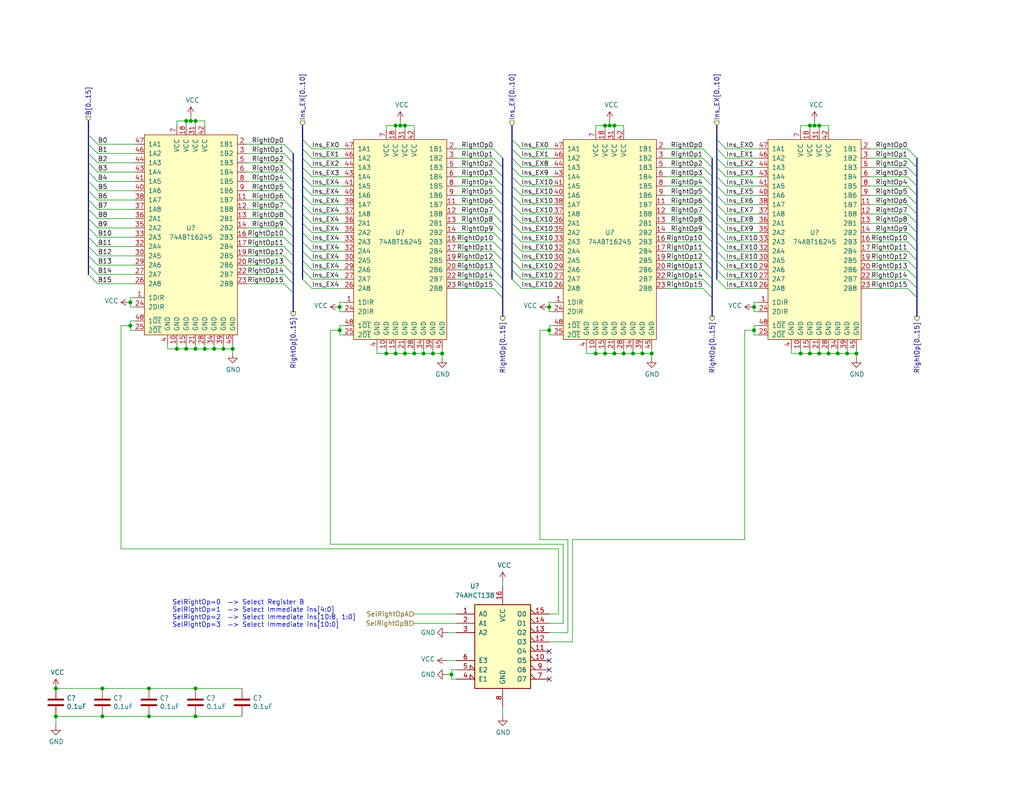
<source format=kicad_sch>
(kicad_sch (version 20250114) (generator "eeschema") (generator_version "9.0")
  (paper "USLetter")
  (title_block (title "Select Right Operand") (date "2025-07-13") (rev "A") (comment 2 "from an immediate value contained in the instruction word.") (comment 3 "The right operand can either take the value from the B port of the register file, or") (comment 4 "Select the right operand to the ALU"))
  (text "SelRightOp=0  —> Select Register B\nSelRightOp=1  —> Select Immediate ins[4:0]\nSelRightOp=2  —> Select Immediate ins[10:8, 1:0]\nSelRightOp=3  —> Select Immediate ins[10:0]" (at 46.99 171.45 0) (effects (font (size 1.27 1.27)) (justify left bottom)))
  (junction (at 231.14 96.52))
  (junction (at 222.25 34.29))
  (junction (at 218.44 96.52))
  (junction (at 109.22 34.29))
  (junction (at 53.34 187.96))
  (junction (at 113.03 96.52))
  (junction (at 58.42 95.25))
  (junction (at 15.24 187.96))
  (junction (at 166.37 34.29))
  (junction (at 226.06 96.52))
  (junction (at 177.8 96.52))
  (junction (at 35.56 82.55))
  (junction (at 15.24 195.58))
  (junction (at 110.49 34.29))
  (junction (at 115.57 96.52))
  (junction (at 220.98 34.29))
  (junction (at 123.19 184.15))
  (junction (at 40.64 187.96))
  (junction (at 60.96 95.25))
  (junction (at 172.72 96.52))
  (junction (at 165.1 34.29))
  (junction (at 53.34 33.02))
  (junction (at 110.49 96.52))
  (junction (at 50.8 33.02))
  (junction (at 120.65 96.52))
  (junction (at 27.94 195.58))
  (junction (at 205.74 83.82))
  (junction (at 27.94 187.96))
  (junction (at 228.6 96.52))
  (junction (at 149.86 90.17))
  (junction (at 167.64 96.52))
  (junction (at 167.64 34.29))
  (junction (at 53.34 195.58))
  (junction (at 162.56 96.52))
  (junction (at 118.11 96.52))
  (junction (at 35.56 88.9))
  (junction (at 63.5 95.25))
  (junction (at 40.64 195.58))
  (junction (at 205.74 90.17))
  (junction (at 165.1 96.52))
  (junction (at 105.41 96.52))
  (junction (at 92.71 83.82))
  (junction (at 48.26 95.25))
  (junction (at 170.18 96.52))
  (junction (at 175.26 96.52))
  (junction (at 52.07 33.02))
  (junction (at 92.71 90.17))
  (junction (at 53.34 95.25))
  (junction (at 107.95 34.29))
  (junction (at 149.86 83.82))
  (junction (at 223.52 96.52))
  (junction (at 233.68 96.52))
  (junction (at 55.88 95.25))
  (junction (at 223.52 34.29))
  (junction (at 220.98 96.52))
  (junction (at 107.95 96.52))
  (junction (at 50.8 95.25))
  (no_connect (at 149.86 177.8))
  (no_connect (at 149.86 185.42))
  (no_connect (at 149.86 180.34))
  (no_connect (at 149.86 182.88))
  (bus_entry (at 24.13 46.99) (size 2.54 2.54))
  (bus_entry (at 198.12 40.64) (size -2.54 -2.54))
  (bus_entry (at 134.62 68.58) (size 2.54 2.54))
  (bus_entry (at 77.47 69.85) (size 2.54 2.54))
  (bus_entry (at 24.13 64.77) (size 2.54 2.54))
  (bus_entry (at 198.12 50.8) (size -2.54 -2.54))
  (bus_entry (at 142.24 76.2) (size -2.54 -2.54))
  (bus_entry (at 24.13 67.31) (size 2.54 2.54))
  (bus_entry (at 85.09 76.2) (size -2.54 -2.54))
  (bus_entry (at 77.47 46.99) (size 2.54 2.54))
  (bus_entry (at 77.47 49.53) (size 2.54 2.54))
  (bus_entry (at 191.77 76.2) (size 2.54 2.54))
  (bus_entry (at 77.47 67.31) (size 2.54 2.54))
  (bus_entry (at 134.62 40.64) (size 2.54 2.54))
  (bus_entry (at 85.09 43.18) (size -2.54 -2.54))
  (bus_entry (at 247.65 43.18) (size 2.54 2.54))
  (bus_entry (at 85.09 63.5) (size -2.54 -2.54))
  (bus_entry (at 85.09 53.34) (size -2.54 -2.54))
  (bus_entry (at 198.12 48.26) (size -2.54 -2.54))
  (bus_entry (at 142.24 55.88) (size -2.54 -2.54))
  (bus_entry (at 198.12 45.72) (size -2.54 -2.54))
  (bus_entry (at 247.65 50.8) (size 2.54 2.54))
  (bus_entry (at 85.09 45.72) (size -2.54 -2.54))
  (bus_entry (at 24.13 52.07) (size 2.54 2.54))
  (bus_entry (at 191.77 73.66) (size 2.54 2.54))
  (bus_entry (at 191.77 63.5) (size 2.54 2.54))
  (bus_entry (at 77.47 41.91) (size 2.54 2.54))
  (bus_entry (at 142.24 68.58) (size -2.54 -2.54))
  (bus_entry (at 247.65 71.12) (size 2.54 2.54))
  (bus_entry (at 191.77 78.74) (size 2.54 2.54))
  (bus_entry (at 85.09 68.58) (size -2.54 -2.54))
  (bus_entry (at 198.12 66.04) (size -2.54 -2.54))
  (bus_entry (at 247.65 48.26) (size 2.54 2.54))
  (bus_entry (at 85.09 78.74) (size -2.54 -2.54))
  (bus_entry (at 191.77 45.72) (size 2.54 2.54))
  (bus_entry (at 24.13 62.23) (size 2.54 2.54))
  (bus_entry (at 142.24 50.8) (size -2.54 -2.54))
  (bus_entry (at 247.65 68.58) (size 2.54 2.54))
  (bus_entry (at 77.47 62.23) (size 2.54 2.54))
  (bus_entry (at 198.12 43.18) (size -2.54 -2.54))
  (bus_entry (at 191.77 48.26) (size 2.54 2.54))
  (bus_entry (at 247.65 58.42) (size 2.54 2.54))
  (bus_entry (at 77.47 64.77) (size 2.54 2.54))
  (bus_entry (at 142.24 78.74) (size -2.54 -2.54))
  (bus_entry (at 191.77 50.8) (size 2.54 2.54))
  (bus_entry (at 191.77 68.58) (size 2.54 2.54))
  (bus_entry (at 77.47 59.69) (size 2.54 2.54))
  (bus_entry (at 247.65 55.88) (size 2.54 2.54))
  (bus_entry (at 247.65 40.64) (size 2.54 2.54))
  (bus_entry (at 134.62 66.04) (size 2.54 2.54))
  (bus_entry (at 191.77 55.88) (size 2.54 2.54))
  (bus_entry (at 24.13 49.53) (size 2.54 2.54))
  (bus_entry (at 191.77 53.34) (size 2.54 2.54))
  (bus_entry (at 134.62 76.2) (size 2.54 2.54))
  (bus_entry (at 77.47 57.15) (size 2.54 2.54))
  (bus_entry (at 198.12 78.74) (size -2.54 -2.54))
  (bus_entry (at 24.13 36.83) (size 2.54 2.54))
  (bus_entry (at 24.13 39.37) (size 2.54 2.54))
  (bus_entry (at 142.24 40.64) (size -2.54 -2.54))
  (bus_entry (at 85.09 71.12) (size -2.54 -2.54))
  (bus_entry (at 134.62 58.42) (size 2.54 2.54))
  (bus_entry (at 134.62 63.5) (size 2.54 2.54))
  (bus_entry (at 134.62 78.74) (size 2.54 2.54))
  (bus_entry (at 198.12 53.34) (size -2.54 -2.54))
  (bus_entry (at 77.47 39.37) (size 2.54 2.54))
  (bus_entry (at 134.62 55.88) (size 2.54 2.54))
  (bus_entry (at 134.62 73.66) (size 2.54 2.54))
  (bus_entry (at 134.62 60.96) (size 2.54 2.54))
  (bus_entry (at 24.13 69.85) (size 2.54 2.54))
  (bus_entry (at 142.24 63.5) (size -2.54 -2.54))
  (bus_entry (at 198.12 55.88) (size -2.54 -2.54))
  (bus_entry (at 142.24 71.12) (size -2.54 -2.54))
  (bus_entry (at 191.77 60.96) (size 2.54 2.54))
  (bus_entry (at 77.47 74.93) (size 2.54 2.54))
  (bus_entry (at 85.09 55.88) (size -2.54 -2.54))
  (bus_entry (at 134.62 50.8) (size 2.54 2.54))
  (bus_entry (at 134.62 45.72) (size 2.54 2.54))
  (bus_entry (at 85.09 73.66) (size -2.54 -2.54))
  (bus_entry (at 134.62 53.34) (size 2.54 2.54))
  (bus_entry (at 198.12 58.42) (size -2.54 -2.54))
  (bus_entry (at 85.09 66.04) (size -2.54 -2.54))
  (bus_entry (at 198.12 63.5) (size -2.54 -2.54))
  (bus_entry (at 24.13 41.91) (size 2.54 2.54))
  (bus_entry (at 247.65 66.04) (size 2.54 2.54))
  (bus_entry (at 85.09 50.8) (size -2.54 -2.54))
  (bus_entry (at 198.12 60.96) (size -2.54 -2.54))
  (bus_entry (at 142.24 60.96) (size -2.54 -2.54))
  (bus_entry (at 198.12 71.12) (size -2.54 -2.54))
  (bus_entry (at 142.24 45.72) (size -2.54 -2.54))
  (bus_entry (at 85.09 48.26) (size -2.54 -2.54))
  (bus_entry (at 142.24 53.34) (size -2.54 -2.54))
  (bus_entry (at 247.65 60.96) (size 2.54 2.54))
  (bus_entry (at 191.77 58.42) (size 2.54 2.54))
  (bus_entry (at 85.09 58.42) (size -2.54 -2.54))
  (bus_entry (at 191.77 71.12) (size 2.54 2.54))
  (bus_entry (at 85.09 40.64) (size -2.54 -2.54))
  (bus_entry (at 198.12 68.58) (size -2.54 -2.54))
  (bus_entry (at 24.13 72.39) (size 2.54 2.54))
  (bus_entry (at 77.47 52.07) (size 2.54 2.54))
  (bus_entry (at 142.24 48.26) (size -2.54 -2.54))
  (bus_entry (at 191.77 43.18) (size 2.54 2.54))
  (bus_entry (at 77.47 44.45) (size 2.54 2.54))
  (bus_entry (at 24.13 44.45) (size 2.54 2.54))
  (bus_entry (at 191.77 40.64) (size 2.54 2.54))
  (bus_entry (at 85.09 60.96) (size -2.54 -2.54))
  (bus_entry (at 142.24 43.18) (size -2.54 -2.54))
  (bus_entry (at 134.62 71.12) (size 2.54 2.54))
  (bus_entry (at 247.65 63.5) (size 2.54 2.54))
  (bus_entry (at 134.62 43.18) (size 2.54 2.54))
  (bus_entry (at 77.47 54.61) (size 2.54 2.54))
  (bus_entry (at 247.65 73.66) (size 2.54 2.54))
  (bus_entry (at 77.47 77.47) (size 2.54 2.54))
  (bus_entry (at 198.12 73.66) (size -2.54 -2.54))
  (bus_entry (at 247.65 78.74) (size 2.54 2.54))
  (bus_entry (at 142.24 58.42) (size -2.54 -2.54))
  (bus_entry (at 142.24 66.04) (size -2.54 -2.54))
  (bus_entry (at 198.12 76.2) (size -2.54 -2.54))
  (bus_entry (at 142.24 73.66) (size -2.54 -2.54))
  (bus_entry (at 24.13 59.69) (size 2.54 2.54))
  (bus_entry (at 77.47 72.39) (size 2.54 2.54))
  (bus_entry (at 247.65 76.2) (size 2.54 2.54))
  (bus_entry (at 191.77 66.04) (size 2.54 2.54))
  (bus_entry (at 24.13 57.15) (size 2.54 2.54))
  (bus_entry (at 247.65 53.34) (size 2.54 2.54))
  (bus_entry (at 24.13 74.93) (size 2.54 2.54))
  (bus_entry (at 24.13 54.61) (size 2.54 2.54))
  (bus_entry (at 134.62 48.26) (size 2.54 2.54))
  (bus_entry (at 247.65 45.72) (size 2.54 2.54))
  (wire (pts (xy 40.64 195.58) (xy 27.94 195.58)))
  (bus (pts (xy 194.31 76.2) (xy 194.31 78.74)))
  (wire (pts (xy 85.09 68.58) (xy 93.98 68.58)))
  (wire (pts (xy 115.57 96.52) (xy 115.57 95.25)))
  (wire (pts (xy 35.56 81.28) (xy 35.56 82.55)))
  (bus (pts (xy 139.7 53.34) (xy 139.7 55.88)))
  (bus (pts (xy 139.7 63.5) (xy 139.7 66.04)))
  (wire (pts (xy 203.2 90.17) (xy 203.2 147.32)))
  (wire (pts (xy 162.56 96.52) (xy 165.1 96.52)))
  (bus (pts (xy 24.13 64.77) (xy 24.13 67.31)))
  (wire (pts (xy 142.24 73.66) (xy 151.13 73.66)))
  (wire (pts (xy 121.92 172.72) (xy 124.46 172.72)))
  (bus (pts (xy 139.7 34.29) (xy 139.7 38.1)))
  (bus (pts (xy 195.58 40.64) (xy 195.58 43.18)))
  (wire (pts (xy 142.24 50.8) (xy 151.13 50.8)))
  (wire (pts (xy 218.44 96.52) (xy 220.98 96.52)))
  (wire (pts (xy 77.47 62.23) (xy 67.31 62.23)))
  (wire (pts (xy 118.11 96.52) (xy 120.65 96.52)))
  (wire (pts (xy 215.9 95.25) (xy 215.9 96.52)))
  (wire (pts (xy 26.67 41.91) (xy 36.83 41.91)))
  (bus (pts (xy 250.19 78.74) (xy 250.19 81.28)))
  (wire (pts (xy 105.41 34.29) (xy 107.95 34.29)))
  (bus (pts (xy 80.01 52.07) (xy 80.01 54.61)))
  (wire (pts (xy 166.37 33.02) (xy 166.37 34.29)))
  (wire (pts (xy 110.49 34.29) (xy 113.03 34.29)))
  (wire (pts (xy 77.47 44.45) (xy 67.31 44.45)))
  (wire (pts (xy 191.77 71.12) (xy 181.61 71.12)))
  (bus (pts (xy 195.58 73.66) (xy 195.58 76.2)))
  (wire (pts (xy 60.96 95.25) (xy 63.5 95.25)))
  (bus (pts (xy 24.13 69.85) (xy 24.13 72.39)))
  (bus (pts (xy 82.55 55.88) (xy 82.55 58.42)))
  (wire (pts (xy 137.16 158.75) (xy 137.16 160.02)))
  (wire (pts (xy 191.77 58.42) (xy 181.61 58.42)))
  (wire (pts (xy 26.67 54.61) (xy 36.83 54.61)))
  (wire (pts (xy 55.88 95.25) (xy 53.34 95.25)))
  (wire (pts (xy 26.67 49.53) (xy 36.83 49.53)))
  (wire (pts (xy 207.01 82.55) (xy 205.74 82.55)))
  (wire (pts (xy 149.86 85.09) (xy 151.13 85.09)))
  (wire (pts (xy 170.18 96.52) (xy 170.18 95.25)))
  (bus (pts (xy 139.7 40.64) (xy 139.7 43.18)))
  (wire (pts (xy 156.21 147.32) (xy 203.2 147.32)))
  (wire (pts (xy 191.77 66.04) (xy 181.61 66.04)))
  (wire (pts (xy 26.67 39.37) (xy 36.83 39.37)))
  (bus (pts (xy 24.13 57.15) (xy 24.13 59.69)))
  (wire (pts (xy 121.92 184.15) (xy 123.19 184.15)))
  (wire (pts (xy 109.22 33.02) (xy 109.22 34.29)))
  (wire (pts (xy 105.41 35.56) (xy 105.41 34.29)))
  (bus (pts (xy 194.31 48.26) (xy 194.31 50.8)))
  (wire (pts (xy 134.62 71.12) (xy 124.46 71.12)))
  (wire (pts (xy 167.64 96.52) (xy 167.64 95.25)))
  (bus (pts (xy 82.55 53.34) (xy 82.55 55.88)))
  (wire (pts (xy 123.19 184.15) (xy 123.19 185.42)))
  (wire (pts (xy 247.65 76.2) (xy 237.49 76.2)))
  (bus (pts (xy 137.16 68.58) (xy 137.16 71.12)))
  (wire (pts (xy 35.56 83.82) (xy 36.83 83.82)))
  (bus (pts (xy 24.13 52.07) (xy 24.13 54.61)))
  (wire (pts (xy 153.67 148.59) (xy 153.67 170.18)))
  (wire (pts (xy 27.94 195.58) (xy 15.24 195.58)))
  (wire (pts (xy 191.77 60.96) (xy 181.61 60.96)))
  (wire (pts (xy 33.02 149.86) (xy 152.4 149.86)))
  (wire (pts (xy 66.04 195.58) (xy 53.34 195.58)))
  (bus (pts (xy 82.55 66.04) (xy 82.55 68.58)))
  (wire (pts (xy 191.77 53.34) (xy 181.61 53.34)))
  (wire (pts (xy 26.67 69.85) (xy 36.83 69.85)))
  (wire (pts (xy 191.77 76.2) (xy 181.61 76.2)))
  (wire (pts (xy 134.62 60.96) (xy 124.46 60.96)))
  (bus (pts (xy 137.16 48.26) (xy 137.16 50.8)))
  (wire (pts (xy 198.12 73.66) (xy 207.01 73.66)))
  (wire (pts (xy 198.12 63.5) (xy 207.01 63.5)))
  (wire (pts (xy 53.34 95.25) (xy 53.34 93.98)))
  (wire (pts (xy 226.06 96.52) (xy 226.06 95.25)))
  (wire (pts (xy 134.62 40.64) (xy 124.46 40.64)))
  (wire (pts (xy 175.26 96.52) (xy 175.26 95.25)))
  (bus (pts (xy 195.58 66.04) (xy 195.58 68.58)))
  (wire (pts (xy 198.12 50.8) (xy 207.01 50.8)))
  (wire (pts (xy 191.77 63.5) (xy 181.61 63.5)))
  (bus (pts (xy 195.58 53.34) (xy 195.58 55.88)))
  (wire (pts (xy 36.83 87.63) (xy 35.56 87.63)))
  (bus (pts (xy 137.16 76.2) (xy 137.16 78.74)))
  (wire (pts (xy 77.47 49.53) (xy 67.31 49.53)))
  (bus (pts (xy 195.58 71.12) (xy 195.58 73.66)))
  (wire (pts (xy 63.5 95.25) (xy 63.5 93.98)))
  (bus (pts (xy 80.01 54.61) (xy 80.01 57.15)))
  (bus (pts (xy 24.13 49.53) (xy 24.13 52.07)))
  (wire (pts (xy 162.56 95.25) (xy 162.56 96.52)))
  (wire (pts (xy 165.1 95.25) (xy 165.1 96.52)))
  (wire (pts (xy 134.62 43.18) (xy 124.46 43.18)))
  (wire (pts (xy 53.34 187.96) (xy 66.04 187.96)))
  (wire (pts (xy 247.65 45.72) (xy 237.49 45.72)))
  (wire (pts (xy 142.24 43.18) (xy 151.13 43.18)))
  (wire (pts (xy 85.09 71.12) (xy 93.98 71.12)))
  (bus (pts (xy 24.13 54.61) (xy 24.13 57.15)))
  (wire (pts (xy 107.95 95.25) (xy 107.95 96.52)))
  (bus (pts (xy 137.16 53.34) (xy 137.16 55.88)))
  (bus (pts (xy 195.58 68.58) (xy 195.58 71.12)))
  (wire (pts (xy 15.24 198.12) (xy 15.24 195.58)))
  (wire (pts (xy 53.34 195.58) (xy 40.64 195.58)))
  (wire (pts (xy 134.62 76.2) (xy 124.46 76.2)))
  (wire (pts (xy 220.98 34.29) (xy 222.25 34.29)))
  (wire (pts (xy 50.8 93.98) (xy 50.8 95.25)))
  (wire (pts (xy 198.12 76.2) (xy 207.01 76.2)))
  (wire (pts (xy 113.03 167.64) (xy 124.46 167.64)))
  (bus (pts (xy 250.19 50.8) (xy 250.19 53.34)))
  (bus (pts (xy 82.55 38.1) (xy 82.55 40.64)))
  (bus (pts (xy 80.01 74.93) (xy 80.01 77.47)))
  (wire (pts (xy 247.65 60.96) (xy 237.49 60.96)))
  (wire (pts (xy 77.47 67.31) (xy 67.31 67.31)))
  (bus (pts (xy 194.31 63.5) (xy 194.31 66.04)))
  (bus (pts (xy 82.55 40.64) (xy 82.55 43.18)))
  (wire (pts (xy 177.8 97.79) (xy 177.8 96.52)))
  (wire (pts (xy 107.95 35.56) (xy 107.95 34.29)))
  (wire (pts (xy 198.12 55.88) (xy 207.01 55.88)))
  (wire (pts (xy 90.17 148.59) (xy 153.67 148.59)))
  (wire (pts (xy 26.67 59.69) (xy 36.83 59.69)))
  (wire (pts (xy 149.86 88.9) (xy 149.86 90.17)))
  (wire (pts (xy 191.77 55.88) (xy 181.61 55.88)))
  (wire (pts (xy 77.47 77.47) (xy 67.31 77.47)))
  (wire (pts (xy 90.17 90.17) (xy 90.17 148.59)))
  (wire (pts (xy 142.24 60.96) (xy 151.13 60.96)))
  (bus (pts (xy 82.55 73.66) (xy 82.55 76.2)))
  (wire (pts (xy 198.12 40.64) (xy 207.01 40.64)))
  (bus (pts (xy 82.55 45.72) (xy 82.55 48.26)))
  (wire (pts (xy 110.49 35.56) (xy 110.49 34.29)))
  (bus (pts (xy 80.01 62.23) (xy 80.01 64.77)))
  (wire (pts (xy 218.44 34.29) (xy 220.98 34.29)))
  (wire (pts (xy 165.1 35.56) (xy 165.1 34.29)))
  (wire (pts (xy 198.12 53.34) (xy 207.01 53.34)))
  (wire (pts (xy 121.92 180.34) (xy 124.46 180.34)))
  (wire (pts (xy 142.24 40.64) (xy 151.13 40.64)))
  (wire (pts (xy 247.65 55.88) (xy 237.49 55.88)))
  (bus (pts (xy 195.58 63.5) (xy 195.58 66.04)))
  (wire (pts (xy 134.62 73.66) (xy 124.46 73.66)))
  (wire (pts (xy 92.71 83.82) (xy 92.71 85.09)))
  (bus (pts (xy 139.7 45.72) (xy 139.7 48.26)))
  (bus (pts (xy 24.13 36.83) (xy 24.13 39.37)))
  (bus (pts (xy 137.16 78.74) (xy 137.16 81.28)))
  (wire (pts (xy 77.47 41.91) (xy 67.31 41.91)))
  (wire (pts (xy 191.77 50.8) (xy 181.61 50.8)))
  (wire (pts (xy 226.06 96.52) (xy 223.52 96.52)))
  (wire (pts (xy 85.09 58.42) (xy 93.98 58.42)))
  (bus (pts (xy 195.58 50.8) (xy 195.58 53.34)))
  (wire (pts (xy 92.71 88.9) (xy 92.71 90.17)))
  (bus (pts (xy 139.7 71.12) (xy 139.7 73.66)))
  (bus (pts (xy 194.31 43.18) (xy 194.31 45.72)))
  (wire (pts (xy 77.47 59.69) (xy 67.31 59.69)))
  (wire (pts (xy 149.86 172.72) (xy 154.94 172.72)))
  (bus (pts (xy 82.55 71.12) (xy 82.55 73.66)))
  (wire (pts (xy 198.12 68.58) (xy 207.01 68.58)))
  (wire (pts (xy 113.03 34.29) (xy 113.03 35.56)))
  (wire (pts (xy 15.24 187.96) (xy 27.94 187.96)))
  (wire (pts (xy 105.41 95.25) (xy 105.41 96.52)))
  (wire (pts (xy 154.94 147.32) (xy 154.94 172.72)))
  (wire (pts (xy 247.65 66.04) (xy 237.49 66.04)))
  (wire (pts (xy 134.62 78.74) (xy 124.46 78.74)))
  (wire (pts (xy 220.98 35.56) (xy 220.98 34.29)))
  (wire (pts (xy 110.49 96.52) (xy 110.49 95.25)))
  (wire (pts (xy 149.86 91.44) (xy 151.13 91.44)))
  (wire (pts (xy 137.16 193.04) (xy 137.16 195.58)))
  (wire (pts (xy 92.71 82.55) (xy 92.71 83.82)))
  (wire (pts (xy 107.95 34.29) (xy 109.22 34.29)))
  (bus (pts (xy 137.16 43.18) (xy 137.16 45.72)))
  (wire (pts (xy 198.12 43.18) (xy 207.01 43.18)))
  (wire (pts (xy 113.03 96.52) (xy 113.03 95.25)))
  (wire (pts (xy 26.67 57.15) (xy 36.83 57.15)))
  (bus (pts (xy 194.31 58.42) (xy 194.31 60.96)))
  (wire (pts (xy 113.03 96.52) (xy 110.49 96.52)))
  (wire (pts (xy 207.01 88.9) (xy 205.74 88.9)))
  (wire (pts (xy 123.19 185.42) (xy 124.46 185.42)))
  (wire (pts (xy 26.67 46.99) (xy 36.83 46.99)))
  (wire (pts (xy 134.62 48.26) (xy 124.46 48.26)))
  (bus (pts (xy 139.7 73.66) (xy 139.7 76.2)))
  (bus (pts (xy 250.19 48.26) (xy 250.19 50.8)))
  (wire (pts (xy 85.09 43.18) (xy 93.98 43.18)))
  (wire (pts (xy 118.11 96.52) (xy 118.11 95.25)))
  (wire (pts (xy 55.88 95.25) (xy 55.88 93.98)))
  (wire (pts (xy 26.67 77.47) (xy 36.83 77.47)))
  (wire (pts (xy 50.8 95.25) (xy 53.34 95.25)))
  (bus (pts (xy 194.31 66.04) (xy 194.31 68.58)))
  (wire (pts (xy 63.5 96.52) (xy 63.5 95.25)))
  (wire (pts (xy 85.09 76.2) (xy 93.98 76.2)))
  (bus (pts (xy 194.31 55.88) (xy 194.31 58.42)))
  (wire (pts (xy 52.07 31.75) (xy 52.07 33.02)))
  (wire (pts (xy 77.47 54.61) (xy 67.31 54.61)))
  (wire (pts (xy 233.68 97.79) (xy 233.68 96.52)))
  (wire (pts (xy 26.67 72.39) (xy 36.83 72.39)))
  (wire (pts (xy 165.1 34.29) (xy 166.37 34.29)))
  (bus (pts (xy 194.31 50.8) (xy 194.31 53.34)))
  (wire (pts (xy 247.65 40.64) (xy 237.49 40.64)))
  (wire (pts (xy 115.57 96.52) (xy 113.03 96.52)))
  (wire (pts (xy 222.25 33.02) (xy 222.25 34.29)))
  (wire (pts (xy 48.26 34.29) (xy 48.26 33.02)))
  (wire (pts (xy 35.56 90.17) (xy 36.83 90.17)))
  (wire (pts (xy 142.24 53.34) (xy 151.13 53.34)))
  (bus (pts (xy 24.13 39.37) (xy 24.13 41.91)))
  (bus (pts (xy 195.58 43.18) (xy 195.58 45.72)))
  (wire (pts (xy 102.87 95.25) (xy 102.87 96.52)))
  (wire (pts (xy 247.65 43.18) (xy 237.49 43.18)))
  (wire (pts (xy 26.67 64.77) (xy 36.83 64.77)))
  (wire (pts (xy 26.67 52.07) (xy 36.83 52.07)))
  (wire (pts (xy 160.02 95.25) (xy 160.02 96.52)))
  (wire (pts (xy 228.6 96.52) (xy 231.14 96.52)))
  (bus (pts (xy 82.55 48.26) (xy 82.55 50.8)))
  (wire (pts (xy 172.72 96.52) (xy 175.26 96.52)))
  (wire (pts (xy 149.86 83.82) (xy 149.86 85.09)))
  (wire (pts (xy 223.52 35.56) (xy 223.52 34.29)))
  (wire (pts (xy 198.12 66.04) (xy 207.01 66.04)))
  (wire (pts (xy 134.62 68.58) (xy 124.46 68.58)))
  (wire (pts (xy 149.86 175.26) (xy 156.21 175.26)))
  (wire (pts (xy 162.56 35.56) (xy 162.56 34.29)))
  (wire (pts (xy 26.67 67.31) (xy 36.83 67.31)))
  (wire (pts (xy 50.8 34.29) (xy 50.8 33.02)))
  (wire (pts (xy 247.65 68.58) (xy 237.49 68.58)))
  (bus (pts (xy 80.01 49.53) (xy 80.01 52.07)))
  (wire (pts (xy 35.56 88.9) (xy 35.56 90.17)))
  (wire (pts (xy 149.86 82.55) (xy 149.86 83.82)))
  (wire (pts (xy 247.65 53.34) (xy 237.49 53.34)))
  (bus (pts (xy 80.01 72.39) (xy 80.01 74.93)))
  (bus (pts (xy 139.7 58.42) (xy 139.7 60.96)))
  (wire (pts (xy 215.9 96.52) (xy 218.44 96.52)))
  (bus (pts (xy 24.13 59.69) (xy 24.13 62.23)))
  (bus (pts (xy 137.16 63.5) (xy 137.16 66.04)))
  (wire (pts (xy 205.74 90.17) (xy 203.2 90.17)))
  (bus (pts (xy 137.16 66.04) (xy 137.16 68.58)))
  (wire (pts (xy 162.56 34.29) (xy 165.1 34.29)))
  (wire (pts (xy 198.12 60.96) (xy 207.01 60.96)))
  (bus (pts (xy 24.13 72.39) (xy 24.13 74.93)))
  (bus (pts (xy 139.7 55.88) (xy 139.7 58.42)))
  (bus (pts (xy 250.19 43.18) (xy 250.19 45.72)))
  (wire (pts (xy 55.88 33.02) (xy 55.88 34.29)))
  (wire (pts (xy 58.42 95.25) (xy 58.42 93.98)))
  (wire (pts (xy 223.52 34.29) (xy 226.06 34.29)))
  (wire (pts (xy 170.18 34.29) (xy 170.18 35.56)))
  (wire (pts (xy 198.12 45.72) (xy 207.01 45.72)))
  (wire (pts (xy 175.26 96.52) (xy 177.8 96.52)))
  (wire (pts (xy 205.74 85.09) (xy 207.01 85.09)))
  (wire (pts (xy 85.09 45.72) (xy 93.98 45.72)))
  (bus (pts (xy 24.13 44.45) (xy 24.13 46.99)))
  (wire (pts (xy 151.13 82.55) (xy 149.86 82.55)))
  (wire (pts (xy 102.87 96.52) (xy 105.41 96.52)))
  (wire (pts (xy 60.96 95.25) (xy 60.96 93.98)))
  (bus (pts (xy 137.16 71.12) (xy 137.16 73.66)))
  (wire (pts (xy 228.6 96.52) (xy 228.6 95.25)))
  (bus (pts (xy 139.7 38.1) (xy 139.7 40.64)))
  (wire (pts (xy 142.24 63.5) (xy 151.13 63.5)))
  (wire (pts (xy 134.62 50.8) (xy 124.46 50.8)))
  (wire (pts (xy 109.22 34.29) (xy 110.49 34.29)))
  (bus (pts (xy 195.58 55.88) (xy 195.58 58.42)))
  (bus (pts (xy 194.31 60.96) (xy 194.31 63.5)))
  (wire (pts (xy 26.67 62.23) (xy 36.83 62.23)))
  (wire (pts (xy 35.56 88.9) (xy 33.02 88.9)))
  (wire (pts (xy 191.77 43.18) (xy 181.61 43.18)))
  (bus (pts (xy 194.31 45.72) (xy 194.31 48.26)))
  (wire (pts (xy 85.09 48.26) (xy 93.98 48.26)))
  (wire (pts (xy 153.67 170.18) (xy 149.86 170.18)))
  (bus (pts (xy 137.16 58.42) (xy 137.16 60.96)))
  (wire (pts (xy 191.77 73.66) (xy 181.61 73.66)))
  (bus (pts (xy 194.31 71.12) (xy 194.31 73.66)))
  (wire (pts (xy 233.68 96.52) (xy 233.68 95.25)))
  (wire (pts (xy 77.47 52.07) (xy 67.31 52.07)))
  (bus (pts (xy 250.19 45.72) (xy 250.19 48.26)))
  (bus (pts (xy 82.55 50.8) (xy 82.55 53.34)))
  (wire (pts (xy 218.44 95.25) (xy 218.44 96.52)))
  (wire (pts (xy 115.57 96.52) (xy 118.11 96.52)))
  (wire (pts (xy 85.09 55.88) (xy 93.98 55.88)))
  (bus (pts (xy 80.01 69.85) (xy 80.01 72.39)))
  (bus (pts (xy 250.19 55.88) (xy 250.19 58.42)))
  (wire (pts (xy 198.12 58.42) (xy 207.01 58.42)))
  (bus (pts (xy 195.58 34.29) (xy 195.58 38.1)))
  (wire (pts (xy 222.25 34.29) (xy 223.52 34.29)))
  (wire (pts (xy 85.09 50.8) (xy 93.98 50.8)))
  (wire (pts (xy 124.46 182.88) (xy 123.19 182.88)))
  (wire (pts (xy 85.09 73.66) (xy 93.98 73.66)))
  (wire (pts (xy 85.09 66.04) (xy 93.98 66.04)))
  (wire (pts (xy 205.74 91.44) (xy 207.01 91.44)))
  (wire (pts (xy 142.24 58.42) (xy 151.13 58.42)))
  (wire (pts (xy 165.1 96.52) (xy 167.64 96.52)))
  (wire (pts (xy 247.65 58.42) (xy 237.49 58.42)))
  (wire (pts (xy 205.74 90.17) (xy 205.74 91.44)))
  (wire (pts (xy 156.21 147.32) (xy 156.21 175.26)))
  (bus (pts (xy 137.16 45.72) (xy 137.16 48.26)))
  (wire (pts (xy 45.72 93.98) (xy 45.72 95.25)))
  (wire (pts (xy 231.14 96.52) (xy 233.68 96.52)))
  (wire (pts (xy 77.47 39.37) (xy 67.31 39.37)))
  (wire (pts (xy 92.71 90.17) (xy 90.17 90.17)))
  (wire (pts (xy 36.83 81.28) (xy 35.56 81.28)))
  (wire (pts (xy 142.24 48.26) (xy 151.13 48.26)))
  (wire (pts (xy 167.64 34.29) (xy 170.18 34.29)))
  (wire (pts (xy 77.47 57.15) (xy 67.31 57.15)))
  (bus (pts (xy 24.13 46.99) (xy 24.13 49.53)))
  (bus (pts (xy 250.19 66.04) (xy 250.19 68.58)))
  (bus (pts (xy 137.16 73.66) (xy 137.16 76.2)))
  (wire (pts (xy 151.13 88.9) (xy 149.86 88.9)))
  (bus (pts (xy 194.31 53.34) (xy 194.31 55.88)))
  (bus (pts (xy 82.55 60.96) (xy 82.55 63.5)))
  (bus (pts (xy 195.58 48.26) (xy 195.58 50.8)))
  (bus (pts (xy 139.7 43.18) (xy 139.7 45.72)))
  (wire (pts (xy 198.12 78.74) (xy 207.01 78.74)))
  (wire (pts (xy 142.24 78.74) (xy 151.13 78.74)))
  (bus (pts (xy 194.31 73.66) (xy 194.31 76.2)))
  (bus (pts (xy 82.55 68.58) (xy 82.55 71.12)))
  (wire (pts (xy 228.6 96.52) (xy 226.06 96.52)))
  (wire (pts (xy 142.24 68.58) (xy 151.13 68.58)))
  (bus (pts (xy 250.19 53.34) (xy 250.19 55.88)))
  (wire (pts (xy 223.52 96.52) (xy 223.52 95.25)))
  (wire (pts (xy 226.06 34.29) (xy 226.06 35.56)))
  (wire (pts (xy 105.41 96.52) (xy 107.95 96.52)))
  (wire (pts (xy 92.71 85.09) (xy 93.98 85.09)))
  (bus (pts (xy 82.55 63.5) (xy 82.55 66.04)))
  (bus (pts (xy 194.31 81.28) (xy 194.31 86.36)))
  (bus (pts (xy 80.01 64.77) (xy 80.01 67.31)))
  (bus (pts (xy 250.19 63.5) (xy 250.19 66.04)))
  (bus (pts (xy 137.16 55.88) (xy 137.16 58.42)))
  (wire (pts (xy 247.65 63.5) (xy 237.49 63.5)))
  (wire (pts (xy 170.18 96.52) (xy 167.64 96.52)))
  (wire (pts (xy 77.47 74.93) (xy 67.31 74.93)))
  (wire (pts (xy 220.98 96.52) (xy 223.52 96.52)))
  (bus (pts (xy 139.7 48.26) (xy 139.7 50.8)))
  (bus (pts (xy 24.13 62.23) (xy 24.13 64.77)))
  (bus (pts (xy 82.55 34.29) (xy 82.55 38.1)))
  (bus (pts (xy 194.31 68.58) (xy 194.31 71.12)))
  (wire (pts (xy 198.12 48.26) (xy 207.01 48.26)))
  (wire (pts (xy 120.65 96.52) (xy 120.65 95.25)))
  (wire (pts (xy 205.74 83.82) (xy 205.74 85.09)))
  (bus (pts (xy 250.19 71.12) (xy 250.19 73.66)))
  (wire (pts (xy 113.03 170.18) (xy 124.46 170.18)))
  (wire (pts (xy 134.62 45.72) (xy 124.46 45.72)))
  (wire (pts (xy 50.8 33.02) (xy 52.07 33.02)))
  (wire (pts (xy 93.98 82.55) (xy 92.71 82.55)))
  (wire (pts (xy 48.26 95.25) (xy 50.8 95.25)))
  (bus (pts (xy 80.01 59.69) (xy 80.01 62.23)))
  (wire (pts (xy 191.77 78.74) (xy 181.61 78.74)))
  (wire (pts (xy 123.19 182.88) (xy 123.19 184.15)))
  (bus (pts (xy 24.13 33.02) (xy 24.13 36.83)))
  (wire (pts (xy 77.47 69.85) (xy 67.31 69.85)))
  (bus (pts (xy 250.19 68.58) (xy 250.19 71.12)))
  (wire (pts (xy 142.24 71.12) (xy 151.13 71.12)))
  (wire (pts (xy 85.09 53.34) (xy 93.98 53.34)))
  (wire (pts (xy 26.67 74.93) (xy 36.83 74.93)))
  (wire (pts (xy 160.02 96.52) (xy 162.56 96.52)))
  (wire (pts (xy 27.94 187.96) (xy 40.64 187.96)))
  (bus (pts (xy 139.7 60.96) (xy 139.7 63.5)))
  (bus (pts (xy 250.19 76.2) (xy 250.19 78.74)))
  (bus (pts (xy 82.55 43.18) (xy 82.55 45.72)))
  (wire (pts (xy 218.44 35.56) (xy 218.44 34.29)))
  (bus (pts (xy 250.19 73.66) (xy 250.19 76.2)))
  (bus (pts (xy 139.7 50.8) (xy 139.7 53.34)))
  (wire (pts (xy 147.32 90.17) (xy 147.32 147.32)))
  (bus (pts (xy 139.7 68.58) (xy 139.7 71.12)))
  (wire (pts (xy 191.77 40.64) (xy 181.61 40.64)))
  (wire (pts (xy 134.62 58.42) (xy 124.46 58.42)))
  (wire (pts (xy 45.72 95.25) (xy 48.26 95.25)))
  (bus (pts (xy 80.01 80.01) (xy 80.01 85.09)))
  (wire (pts (xy 191.77 45.72) (xy 181.61 45.72)))
  (wire (pts (xy 134.62 66.04) (xy 124.46 66.04)))
  (bus (pts (xy 80.01 44.45) (xy 80.01 46.99)))
  (wire (pts (xy 177.8 96.52) (xy 177.8 95.25)))
  (wire (pts (xy 40.64 187.96) (xy 53.34 187.96)))
  (bus (pts (xy 195.58 60.96) (xy 195.58 63.5)))
  (wire (pts (xy 48.26 33.02) (xy 50.8 33.02)))
  (bus (pts (xy 139.7 66.04) (xy 139.7 68.58)))
  (wire (pts (xy 134.62 63.5) (xy 124.46 63.5)))
  (wire (pts (xy 92.71 90.17) (xy 92.71 91.44)))
  (bus (pts (xy 137.16 50.8) (xy 137.16 53.34)))
  (wire (pts (xy 134.62 53.34) (xy 124.46 53.34)))
  (bus (pts (xy 250.19 81.28) (xy 250.19 86.36)))
  (wire (pts (xy 77.47 46.99) (xy 67.31 46.99)))
  (wire (pts (xy 247.65 73.66) (xy 237.49 73.66)))
  (wire (pts (xy 85.09 63.5) (xy 93.98 63.5)))
  (wire (pts (xy 205.74 82.55) (xy 205.74 83.82)))
  (bus (pts (xy 82.55 58.42) (xy 82.55 60.96)))
  (wire (pts (xy 152.4 149.86) (xy 152.4 167.64)))
  (bus (pts (xy 24.13 67.31) (xy 24.13 69.85)))
  (bus (pts (xy 194.31 78.74) (xy 194.31 81.28)))
  (bus (pts (xy 250.19 58.42) (xy 250.19 60.96)))
  (bus (pts (xy 24.13 41.91) (xy 24.13 44.45)))
  (wire (pts (xy 85.09 40.64) (xy 93.98 40.64)))
  (wire (pts (xy 172.72 96.52) (xy 170.18 96.52)))
  (wire (pts (xy 142.24 66.04) (xy 151.13 66.04)))
  (wire (pts (xy 147.32 147.32) (xy 154.94 147.32)))
  (wire (pts (xy 198.12 71.12) (xy 207.01 71.12)))
  (wire (pts (xy 53.34 33.02) (xy 55.88 33.02)))
  (wire (pts (xy 247.65 50.8) (xy 237.49 50.8)))
  (wire (pts (xy 77.47 72.39) (xy 67.31 72.39)))
  (wire (pts (xy 142.24 45.72) (xy 151.13 45.72)))
  (wire (pts (xy 120.65 97.79) (xy 120.65 96.52)))
  (wire (pts (xy 85.09 78.74) (xy 93.98 78.74)))
  (wire (pts (xy 247.65 78.74) (xy 237.49 78.74)))
  (wire (pts (xy 107.95 96.52) (xy 110.49 96.52)))
  (bus (pts (xy 80.01 41.91) (xy 80.01 44.45)))
  (bus (pts (xy 80.01 46.99) (xy 80.01 49.53)))
  (wire (pts (xy 247.65 48.26) (xy 237.49 48.26)))
  (wire (pts (xy 142.24 76.2) (xy 151.13 76.2)))
  (wire (pts (xy 191.77 48.26) (xy 181.61 48.26)))
  (bus (pts (xy 137.16 60.96) (xy 137.16 63.5)))
  (wire (pts (xy 220.98 95.25) (xy 220.98 96.52)))
  (wire (pts (xy 152.4 167.64) (xy 149.86 167.64)))
  (wire (pts (xy 142.24 55.88) (xy 151.13 55.88)))
  (wire (pts (xy 167.64 35.56) (xy 167.64 34.29)))
  (wire (pts (xy 134.62 55.88) (xy 124.46 55.88)))
  (wire (pts (xy 93.98 88.9) (xy 92.71 88.9)))
  (bus (pts (xy 80.01 77.47) (xy 80.01 80.01)))
  (wire (pts (xy 205.74 88.9) (xy 205.74 90.17)))
  (wire (pts (xy 85.09 60.96) (xy 93.98 60.96)))
  (bus (pts (xy 80.01 57.15) (xy 80.01 59.69)))
  (wire (pts (xy 191.77 68.58) (xy 181.61 68.58)))
  (wire (pts (xy 52.07 33.02) (xy 53.34 33.02)))
  (wire (pts (xy 48.26 93.98) (xy 48.26 95.25)))
  (wire (pts (xy 53.34 34.29) (xy 53.34 33.02)))
  (wire (pts (xy 58.42 95.25) (xy 60.96 95.25)))
  (wire (pts (xy 172.72 96.52) (xy 172.72 95.25)))
  (bus (pts (xy 195.58 45.72) (xy 195.58 48.26)))
  (bus (pts (xy 195.58 58.42) (xy 195.58 60.96)))
  (wire (pts (xy 247.65 71.12) (xy 237.49 71.12)))
  (wire (pts (xy 35.56 87.63) (xy 35.56 88.9)))
  (wire (pts (xy 231.14 96.52) (xy 231.14 95.25)))
  (bus (pts (xy 80.01 67.31) (xy 80.01 69.85)))
  (wire (pts (xy 35.56 82.55) (xy 35.56 83.82)))
  (wire (pts (xy 33.02 88.9) (xy 33.02 149.86)))
  (bus (pts (xy 250.19 60.96) (xy 250.19 63.5)))
  (wire (pts (xy 92.71 91.44) (xy 93.98 91.44)))
  (bus (pts (xy 195.58 38.1) (xy 195.58 40.64)))
  (bus (pts (xy 137.16 81.28) (xy 137.16 86.36)))
  (wire (pts (xy 166.37 34.29) (xy 167.64 34.29)))
  (wire (pts (xy 149.86 90.17) (xy 147.32 90.17)))
  (wire (pts (xy 58.42 95.25) (xy 55.88 95.25)))
  (wire (pts (xy 26.67 44.45) (xy 36.83 44.45)))
  (wire (pts (xy 149.86 90.17) (xy 149.86 91.44)))
  (wire (pts (xy 77.47 64.77) (xy 67.31 64.77)))
  (label "B12" (at 26.67 69.85 0))
  (label "Ins_EX0" (at 198.12 40.64 0))
  (label "Ins_EX10" (at 142.24 66.04 0))
  (label "Ins_EX4" (at 85.09 71.12 0))
  (label "RightOp3" (at 247.65 48.26 180))
  (label "RightOp3" (at 77.47 46.99 180))
  (label "RightOp13" (at 191.77 73.66 180))
  (label "Ins_EX0" (at 142.24 40.64 0))
  (label "RightOp6" (at 134.62 55.88 180))
  (label "B14" (at 26.67 74.93 0))
  (label "RightOp6" (at 77.47 54.61 180))
  (label "Ins_EX8" (at 198.12 60.96 0))
  (label "Ins_EX4" (at 85.09 55.88 0))
  (label "Ins_EX10" (at 142.24 53.34 0))
  (label "Ins_EX4" (at 85.09 53.34 0))
  (label "RightOp2" (at 191.77 45.72 180))
  (label "RightOp8" (at 134.62 60.96 180))
  (label "Ins_EX4" (at 85.09 73.66 0))
  (label "B1" (at 26.67 41.91 0))
  (label "B4" (at 26.67 49.53 0))
  (label "Ins_EX4" (at 85.09 76.2 0))
  (label "Ins_EX1" (at 198.12 43.18 0))
  (label "RightOp1" (at 191.77 43.18 180))
  (label "RightOp0" (at 134.62 40.64 180))
  (label "RightOp14" (at 77.47 74.93 180))
  (label "Ins_EX10" (at 198.12 76.2 0))
  (label "RightOp9" (at 134.62 63.5 180))
  (label "RightOp10" (at 134.62 66.04 180))
  (label "RightOp15" (at 77.47 77.47 180))
  (label "B13" (at 26.67 72.39 0))
  (label "RightOp15" (at 191.77 78.74 180))
  (label "RightOp9" (at 191.77 63.5 180))
  (label "Ins_EX10" (at 142.24 73.66 0))
  (label "Ins_EX4" (at 85.09 58.42 0))
  (label "RightOp15" (at 247.65 78.74 180))
  (label "RightOp5" (at 134.62 53.34 180))
  (label "Ins_EX10" (at 198.12 73.66 0))
  (label "Ins_EX9" (at 142.24 48.26 0))
  (label "B15" (at 26.67 77.47 0))
  (label "RightOp8" (at 77.47 59.69 180))
  (label "Ins_EX10" (at 198.12 66.04 0))
  (label "Ins_EX9" (at 198.12 63.5 0))
  (label "RightOp14" (at 247.65 76.2 180))
  (label "RightOp13" (at 247.65 73.66 180))
  (label "RightOp6" (at 191.77 55.88 180))
  (label "RightOp12" (at 77.47 69.85 180))
  (label "RightOp15" (at 134.62 78.74 180))
  (label "Ins_EX10" (at 142.24 78.74 0))
  (label "B9" (at 26.67 62.23 0))
  (label "RightOp10" (at 191.77 66.04 180))
  (label "B6" (at 26.67 54.61 0))
  (label "RightOp1" (at 134.62 43.18 180))
  (label "Ins_EX2" (at 198.12 45.72 0))
  (label "Ins_EX10" (at 198.12 78.74 0))
  (label "RightOp1" (at 247.65 43.18 180))
  (label "RightOp0" (at 191.77 40.64 180))
  (label "RightOp7" (at 247.65 58.42 180))
  (label "RightOp14" (at 191.77 76.2 180))
  (label "Ins_EX10" (at 142.24 63.5 0))
  (label "Ins_EX4" (at 85.09 63.5 0))
  (label "Ins_EX6" (at 198.12 55.88 0))
  (label "RightOp0" (at 77.47 39.37 180))
  (label "RightOp5" (at 247.65 53.34 180))
  (label "Ins_EX10" (at 142.24 55.88 0))
  (label "Ins_EX1" (at 85.09 43.18 0))
  (label "RightOp12" (at 134.62 71.12 180))
  (label "RightOp7" (at 191.77 58.42 180))
  (label "Ins_EX1" (at 142.24 43.18 0))
  (label "RightOp0" (at 247.65 40.64 180))
  (label "B5" (at 26.67 52.07 0))
  (label "Ins_EX8" (at 142.24 45.72 0))
  (label "RightOp10" (at 77.47 64.77 180))
  (label "RightOp9" (at 247.65 63.5 180))
  (label "B3" (at 26.67 46.99 0))
  (label "Ins_EX3" (at 198.12 48.26 0))
  (label "Ins_EX4" (at 85.09 68.58 0))
  (label "B0" (at 26.67 39.37 0))
  (label "RightOp12" (at 191.77 71.12 180))
  (label "B8" (at 26.67 59.69 0))
  (label "Ins_EX10" (at 142.24 68.58 0))
  (label "RightOp12" (at 247.65 71.12 180))
  (label "Ins_EX5" (at 198.12 53.34 0))
  (label "B10" (at 26.67 64.77 0))
  (label "RightOp8" (at 247.65 60.96 180))
  (label "RightOp2" (at 77.47 44.45 180))
  (label "RightOp8" (at 191.77 60.96 180))
  (label "RightOp7" (at 77.47 57.15 180))
  (label "Ins_EX10" (at 142.24 50.8 0))
  (label "RightOp3" (at 191.77 48.26 180))
  (label "Ins_EX10" (at 142.24 60.96 0))
  (label "RightOp9" (at 77.47 62.23 180))
  (label "RightOp2" (at 134.62 45.72 180))
  (label "RightOp13" (at 134.62 73.66 180))
  (label "RightOp4" (at 134.62 50.8 180))
  (label "RightOp5" (at 191.77 53.34 180))
  (label "Ins_EX10" (at 142.24 76.2 0))
  (label "Ins_EX0" (at 85.09 40.64 0))
  (label "RightOp14" (at 134.62 76.2 180))
  (label "Ins_EX4" (at 85.09 66.04 0))
  (label "RightOp1" (at 77.47 41.91 180))
  (label "Ins_EX10" (at 198.12 68.58 0))
  (label "RightOp10" (at 247.65 66.04 180))
  (label "Ins_EX10" (at 142.24 58.42 0))
  (label "Ins_EX4" (at 85.09 78.74 0))
  (label "B2" (at 26.67 44.45 0))
  (label "RightOp3" (at 134.62 48.26 180))
  (label "RightOp13" (at 77.47 72.39 180))
  (label "RightOp11" (at 247.65 68.58 180))
  (label "RightOp11" (at 77.47 67.31 180))
  (label "Ins_EX4" (at 85.09 60.96 0))
  (label "RightOp2" (at 247.65 45.72 180))
  (label "RightOp11" (at 191.77 68.58 180))
  (label "RightOp6" (at 247.65 55.88 180))
  (label "RightOp4" (at 247.65 50.8 180))
  (label "Ins_EX10" (at 142.24 71.12 0))
  (label "Ins_EX10" (at 198.12 71.12 0))
  (label "RightOp11" (at 134.62 68.58 180))
  (label "RightOp4" (at 77.47 49.53 180))
  (label "RightOp7" (at 134.62 58.42 180))
  (label "RightOp5" (at 77.47 52.07 180))
  (label "Ins_EX3" (at 85.09 48.26 0))
  (label "Ins_EX2" (at 85.09 45.72 0))
  (label "RightOp4" (at 191.77 50.8 180))
  (label "Ins_EX4" (at 198.12 50.8 0))
  (label "Ins_EX7" (at 198.12 58.42 0))
  (label "B7" (at 26.67 57.15 0))
  (label "B11" (at 26.67 67.31 0))
  (label "Ins_EX4" (at 85.09 50.8 0))
  (hierarchical_label "Ins_EX[0..10]" (shape input) (at 82.55 34.29 90))
  (hierarchical_label "SelRightOpA" (shape input) (at 113.03 167.64 180))
  (hierarchical_label "RightOp[0..15]" (shape output) (at 194.31 86.36 270))
  (hierarchical_label "RightOp[0..15]" (shape output) (at 250.19 86.36 270))
  (hierarchical_label "RightOp[0..15]" (shape output) (at 80.01 85.09 270))
  (hierarchical_label "SelRightOpB" (shape input) (at 113.03 170.18 180))
  (hierarchical_label "RightOp[0..15]" (shape output) (at 137.16 86.36 270))
  (hierarchical_label "Ins_EX[0..10]" (shape input) (at 195.58 34.29 90))
  (hierarchical_label "B[0..15]" (shape input) (at 24.13 33.02 90))
  (hierarchical_label "Ins_EX[0..10]" (shape input) (at 139.7 34.29 90))
  (symbol (lib_id "power:GND") (at 137.16 195.58 0) (unit 1)
    (property "Reference" "#PWR?" (effects (hide yes)))
    (property "Value" "GND" (at 137.287 199.9742 0))
    (property "Description" "Power symbol creates a global label with name \"GND\" , ground" (effects (hide yes)))
  )
  (symbol (lib_id "power:VCC") (at 137.16 158.75 0) (unit 1)
    (property "Reference" "#PWR?" (effects (hide yes)))
    (property "Value" "VCC" (at 137.5918 154.3558 0))
    (property "Description" "Power symbol creates a global label with name \"VCC\"" (effects (hide yes)))
  )
  (symbol (lib_id "Turtle16:74AHCT138") (at 137.16 175.26 0) (unit 1)
    (property "Reference" "U?" (at 129.54 160.02 0))
    (property "Value" "74AHCT138" (at 129.54 162.56 0))
    (property "Footprint" "Package_SO:TSSOP-16_4.4x5mm_P0.65mm" (effects (hide yes)))
    (property "Datasheet" "https://www.ti.com/general/docs/suppproductinfo.tsp?distId=26&gotoUrl=https://www.ti.com/lit/gpn/sn74ahct138" (effects (hide yes)))
    (property "Manufacturer" "Texas Instruments" (effects (hide yes)))
    (property "Manufacturer#" "SN74AHCT138PWR" (effects (hide yes)))
    (property "Mouser#" "595-SN74AHCT138PWR" (effects (hide yes)))
    (property "Digikey#" "296-1109-1-ND" (effects (hide yes)))
  )
  (symbol (lib_id "power:GND") (at 121.92 172.72 270) (unit 1)
    (property "Reference" "#PWR?" (effects (hide yes)))
    (property "Value" "GND" (at 116.84 172.72 90))
    (property "Description" "Power symbol creates a global label with name \"GND\" , ground" (effects (hide yes)))
  )
  (symbol (lib_id "power:GND") (at 121.92 184.15 270) (unit 1)
    (property "Reference" "#PWR?" (effects (hide yes)))
    (property "Value" "GND" (at 116.84 184.15 90))
    (property "Description" "Power symbol creates a global label with name \"GND\" , ground" (effects (hide yes)))
  )
  (symbol (lib_id "power:VCC") (at 121.92 180.34 90) (unit 1)
    (property "Reference" "#PWR?" (effects (hide yes)))
    (property "Value" "VCC" (at 118.6942 179.959 90) (effects (justify left)))
    (property "Description" "Power symbol creates a global label with name \"VCC\"" (effects (hide yes)))
  )
  (symbol (lib_id "Device:C") (at 66.04 191.77 0) (unit 1)
    (property "Reference" "C?" (at 68.961 190.6016 0) (effects (justify left)))
    (property "Value" "0.1uF" (at 68.961 192.913 0) (effects (justify left)))
    (property "Footprint" "Capacitor_SMD:C_0603_1608Metric" (effects (hide yes)))
    (property "Datasheet" "https://www.mouser.com/datasheet/2/396/taiyo_yuden_12132018_mlcc11_hq_e-1510082.pdf" (effects (hide yes)))
    (property "Manufacturer" "Taiyo Yuden" (effects (hide yes)))
    (property "Manufacturer#" "EMK107B7104KAHT" (effects (hide yes)))
    (property "Mouser#" "963-EMK107B7104KAHT" (effects (hide yes)))
    (property "Digikey#" "587-6004-1-ND" (effects (hide yes)))
  )
  (symbol (lib_id "Device:C") (at 15.24 191.77 0) (unit 1)
    (property "Reference" "C?" (at 18.161 190.6016 0) (effects (justify left)))
    (property "Value" "0.1uF" (at 18.161 192.913 0) (effects (justify left)))
    (property "Footprint" "Capacitor_SMD:C_0603_1608Metric" (effects (hide yes)))
    (property "Datasheet" "https://www.mouser.com/datasheet/2/396/taiyo_yuden_12132018_mlcc11_hq_e-1510082.pdf" (effects (hide yes)))
    (property "Manufacturer" "Taiyo Yuden" (effects (hide yes)))
    (property "Manufacturer#" "EMK107B7104KAHT" (effects (hide yes)))
    (property "Mouser#" "963-EMK107B7104KAHT" (effects (hide yes)))
    (property "Digikey#" "587-6004-1-ND" (effects (hide yes)))
  )
  (symbol (lib_id "Device:C") (at 27.94 191.77 0) (unit 1)
    (property "Reference" "C?" (at 30.861 190.6016 0) (effects (justify left)))
    (property "Value" "0.1uF" (at 30.861 192.913 0) (effects (justify left)))
    (property "Footprint" "Capacitor_SMD:C_0603_1608Metric" (effects (hide yes)))
    (property "Datasheet" "https://www.mouser.com/datasheet/2/396/taiyo_yuden_12132018_mlcc11_hq_e-1510082.pdf" (effects (hide yes)))
    (property "Manufacturer" "Taiyo Yuden" (effects (hide yes)))
    (property "Manufacturer#" "EMK107B7104KAHT" (effects (hide yes)))
    (property "Mouser#" "963-EMK107B7104KAHT" (effects (hide yes)))
    (property "Digikey#" "587-6004-1-ND" (effects (hide yes)))
  )
  (symbol (lib_id "power:VCC") (at 15.24 187.96 0) (unit 1)
    (property "Reference" "#PWR?" (effects (hide yes)))
    (property "Value" "VCC" (at 15.6718 183.5658 0))
    (property "Description" "Power symbol creates a global label with name \"VCC\"" (effects (hide yes)))
  )
  (symbol (lib_id "power:GND") (at 15.24 198.12 0) (unit 1)
    (property "Reference" "#PWR?" (effects (hide yes)))
    (property "Value" "GND" (at 15.367 202.5142 0))
    (property "Description" "Power symbol creates a global label with name \"GND\" , ground" (effects (hide yes)))
  )
  (symbol (lib_id "Device:C") (at 40.64 191.77 0) (unit 1)
    (property "Reference" "C?" (at 43.561 190.6016 0) (effects (justify left)))
    (property "Value" "0.1uF" (at 43.561 192.913 0) (effects (justify left)))
    (property "Footprint" "Capacitor_SMD:C_0603_1608Metric" (effects (hide yes)))
    (property "Datasheet" "https://www.mouser.com/datasheet/2/396/taiyo_yuden_12132018_mlcc11_hq_e-1510082.pdf" (effects (hide yes)))
    (property "Manufacturer" "Taiyo Yuden" (effects (hide yes)))
    (property "Manufacturer#" "EMK107B7104KAHT" (effects (hide yes)))
    (property "Mouser#" "963-EMK107B7104KAHT" (effects (hide yes)))
    (property "Digikey#" "587-6004-1-ND" (effects (hide yes)))
  )
  (symbol (lib_id "Device:C") (at 53.34 191.77 0) (unit 1)
    (property "Reference" "C?" (at 56.261 190.6016 0) (effects (justify left)))
    (property "Value" "0.1uF" (at 56.261 192.913 0) (effects (justify left)))
    (property "Footprint" "Capacitor_SMD:C_0603_1608Metric" (effects (hide yes)))
    (property "Datasheet" "https://www.mouser.com/datasheet/2/396/taiyo_yuden_12132018_mlcc11_hq_e-1510082.pdf" (effects (hide yes)))
    (property "Manufacturer" "Taiyo Yuden" (effects (hide yes)))
    (property "Manufacturer#" "EMK107B7104KAHT" (effects (hide yes)))
    (property "Mouser#" "963-EMK107B7104KAHT" (effects (hide yes)))
    (property "Digikey#" "587-6004-1-ND" (effects (hide yes)))
  )
  (symbol (lib_id "power:VCC") (at 166.37 33.02 0) (unit 1)
    (property "Reference" "#PWR?" (effects (hide yes)))
    (property "Value" "VCC" (at 166.8018 28.6258 0))
    (property "Description" "Power symbol creates a global label with name \"VCC\"" (effects (hide yes)))
  )
  (symbol (lib_id "power:GND") (at 177.8 97.79 0) (unit 1)
    (property "Reference" "#PWR?" (effects (hide yes)))
    (property "Value" "GND" (at 177.927 102.1842 0))
    (property "Description" "Power symbol creates a global label with name \"GND\" , ground" (effects (hide yes)))
  )
  (symbol (lib_id "power:VCC") (at 149.86 83.82 90) (unit 1)
    (property "Reference" "#PWR?" (effects (hide yes)))
    (property "Value" "VCC" (at 146.6342 83.439 90) (effects (justify left)))
    (property "Description" "Power symbol creates a global label with name \"VCC\"" (effects (hide yes)))
  )
  (symbol (lib_id "Turtle16:74ABT16245") (at 166.37 64.77 0) (unit 1)
    (property "Reference" "U?" (at 166.37 63.5 0))
    (property "Value" "74ABT16245" (at 166.37 66.04 0))
    (property "Footprint" "Package_SO:TSSOP-48_6.1x12.5mm_P0.5mm" (effects (hide yes)))
    (property "Datasheet" "https://www.ti.com/general/docs/suppproductinfo.tsp?distId=26&gotoUrl=https://www.ti.com/lit/gpn/sn74abth16245" (effects (hide yes)))
    (property "Manufacturer" "Texas Instruments" (effects (hide yes)))
    (property "Manufacturer#" "SN74ABTH16245DGGR" (effects (hide yes)))
    (property "Mouser#" "595-SNABTH16245DGGR" (effects (hide yes)))
    (property "Digikey#" "296-4124-1-ND" (effects (hide yes)))
  )
  (symbol (lib_id "power:VCC") (at 52.07 31.75 0) (unit 1)
    (property "Reference" "#PWR?" (effects (hide yes)))
    (property "Value" "VCC" (at 52.5018 27.3558 0))
    (property "Description" "Power symbol creates a global label with name \"VCC\"" (effects (hide yes)))
  )
  (symbol (lib_id "power:GND") (at 63.5 96.52 0) (unit 1)
    (property "Reference" "#PWR?" (effects (hide yes)))
    (property "Value" "GND" (at 63.627 100.9142 0))
    (property "Description" "Power symbol creates a global label with name \"GND\" , ground" (effects (hide yes)))
  )
  (symbol (lib_id "power:VCC") (at 35.56 82.55 90) (unit 1)
    (property "Reference" "#PWR?" (effects (hide yes)))
    (property "Value" "VCC" (at 32.3342 82.169 90) (effects (justify left)))
    (property "Description" "Power symbol creates a global label with name \"VCC\"" (effects (hide yes)))
  )
  (symbol (lib_id "Turtle16:74ABT16245") (at 52.07 63.5 0) (unit 1)
    (property "Reference" "U?" (at 52.07 62.23 0))
    (property "Value" "74ABT16245" (at 52.07 64.77 0))
    (property "Footprint" "Package_SO:TSSOP-48_6.1x12.5mm_P0.5mm" (effects (hide yes)))
    (property "Datasheet" "https://www.ti.com/general/docs/suppproductinfo.tsp?distId=26&gotoUrl=https://www.ti.com/lit/gpn/sn74abth16245" (effects (hide yes)))
    (property "Manufacturer" "Texas Instruments" (effects (hide yes)))
    (property "Manufacturer#" "SN74ABTH16245DGGR" (effects (hide yes)))
    (property "Mouser#" "595-SNABTH16245DGGR" (effects (hide yes)))
    (property "Digikey#" "296-4124-1-ND" (effects (hide yes)))
  )
  (symbol (lib_id "power:VCC") (at 109.22 33.02 0) (unit 1)
    (property "Reference" "#PWR?" (effects (hide yes)))
    (property "Value" "VCC" (at 109.6518 28.6258 0))
    (property "Description" "Power symbol creates a global label with name \"VCC\"" (effects (hide yes)))
  )
  (symbol (lib_id "power:GND") (at 120.65 97.79 0) (unit 1)
    (property "Reference" "#PWR?" (effects (hide yes)))
    (property "Value" "GND" (at 120.777 102.1842 0))
    (property "Description" "Power symbol creates a global label with name \"GND\" , ground" (effects (hide yes)))
  )
  (symbol (lib_id "power:VCC") (at 92.71 83.82 90) (unit 1)
    (property "Reference" "#PWR?" (effects (hide yes)))
    (property "Value" "VCC" (at 89.4842 83.439 90) (effects (justify left)))
    (property "Description" "Power symbol creates a global label with name \"VCC\"" (effects (hide yes)))
  )
  (symbol (lib_id "Turtle16:74ABT16245") (at 109.22 64.77 0) (unit 1)
    (property "Reference" "U?" (at 109.22 63.5 0))
    (property "Value" "74ABT16245" (at 109.22 66.04 0))
    (property "Footprint" "Package_SO:TSSOP-48_6.1x12.5mm_P0.5mm" (effects (hide yes)))
    (property "Datasheet" "https://www.ti.com/general/docs/suppproductinfo.tsp?distId=26&gotoUrl=https://www.ti.com/lit/gpn/sn74abth16245" (effects (hide yes)))
    (property "Manufacturer" "Texas Instruments" (effects (hide yes)))
    (property "Manufacturer#" "SN74ABTH16245DGGR" (effects (hide yes)))
    (property "Mouser#" "595-SNABTH16245DGGR" (effects (hide yes)))
    (property "Digikey#" "296-4124-1-ND" (effects (hide yes)))
  )
  (symbol (lib_id "power:VCC") (at 222.25 33.02 0) (unit 1)
    (property "Reference" "#PWR?" (effects (hide yes)))
    (property "Value" "VCC" (at 222.6818 28.6258 0))
    (property "Description" "Power symbol creates a global label with name \"VCC\"" (effects (hide yes)))
  )
  (symbol (lib_id "power:GND") (at 233.68 97.79 0) (unit 1)
    (property "Reference" "#PWR?" (effects (hide yes)))
    (property "Value" "GND" (at 233.807 102.1842 0))
    (property "Description" "Power symbol creates a global label with name \"GND\" , ground" (effects (hide yes)))
  )
  (symbol (lib_id "power:VCC") (at 205.74 83.82 90) (unit 1)
    (property "Reference" "#PWR?" (effects (hide yes)))
    (property "Value" "VCC" (at 202.5142 83.439 90) (effects (justify left)))
    (property "Description" "Power symbol creates a global label with name \"VCC\"" (effects (hide yes)))
  )
  (symbol (lib_id "Turtle16:74ABT16245") (at 222.25 64.77 0) (unit 1)
    (property "Reference" "U?" (at 222.25 63.5 0))
    (property "Value" "74ABT16245" (at 222.25 66.04 0))
    (property "Footprint" "Package_SO:TSSOP-48_6.1x12.5mm_P0.5mm" (effects (hide yes)))
    (property "Datasheet" "https://www.ti.com/general/docs/suppproductinfo.tsp?distId=26&gotoUrl=https://www.ti.com/lit/gpn/sn74abth16245" (effects (hide yes)))
    (property "Manufacturer" "Texas Instruments" (effects (hide yes)))
    (property "Manufacturer#" "SN74ABTH16245DGGR" (effects (hide yes)))
    (property "Mouser#" "595-SNABTH16245DGGR" (effects (hide yes)))
    (property "Digikey#" "296-4124-1-ND" (effects (hide yes)))
  )
)
</source>
